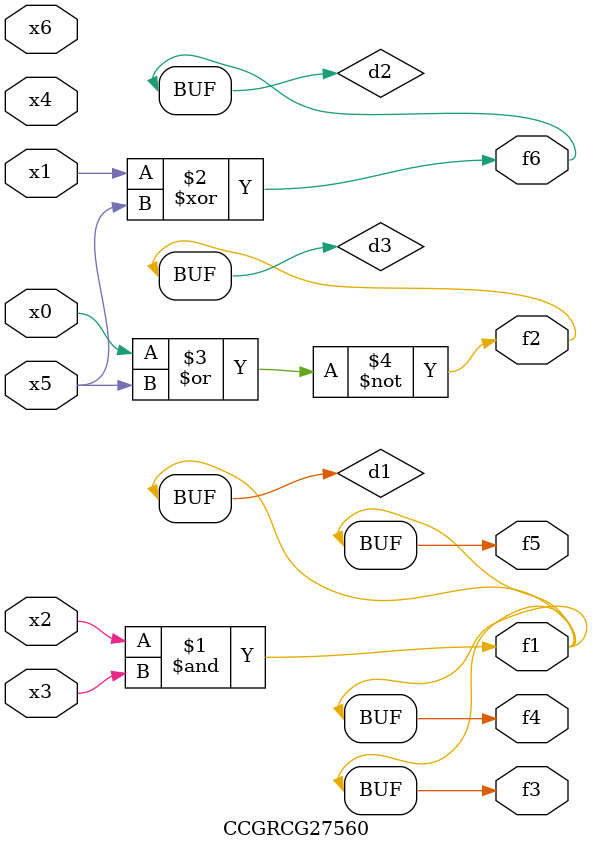
<source format=v>
module CCGRCG27560(
	input x0, x1, x2, x3, x4, x5, x6,
	output f1, f2, f3, f4, f5, f6
);

	wire d1, d2, d3;

	and (d1, x2, x3);
	xor (d2, x1, x5);
	nor (d3, x0, x5);
	assign f1 = d1;
	assign f2 = d3;
	assign f3 = d1;
	assign f4 = d1;
	assign f5 = d1;
	assign f6 = d2;
endmodule

</source>
